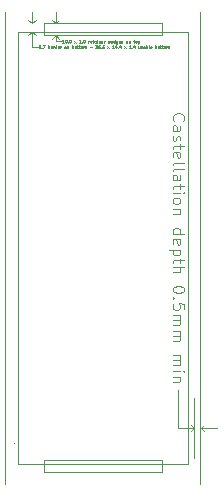
<source format=gbr>
G04 #@! TF.GenerationSoftware,KiCad,Pcbnew,5.1.9-73d0e3b20d~88~ubuntu20.10.1*
G04 #@! TF.CreationDate,2021-03-16T14:13:42-04:00*
G04 #@! TF.ProjectId,Molex78805_PCB,4d6f6c65-7837-4383-9830-355f5043422e,002*
G04 #@! TF.SameCoordinates,Original*
G04 #@! TF.FileFunction,OtherDrawing,Comment*
%FSLAX46Y46*%
G04 Gerber Fmt 4.6, Leading zero omitted, Abs format (unit mm)*
G04 Created by KiCad (PCBNEW 5.1.9-73d0e3b20d~88~ubuntu20.10.1) date 2021-03-16 14:13:42*
%MOMM*%
%LPD*%
G01*
G04 APERTURE LIST*
%ADD10C,0.010000*%
%ADD11C,0.050000*%
%ADD12C,0.001000*%
%ADD13C,0.002000*%
%ADD14C,0.020000*%
%ADD15C,0.100000*%
G04 APERTURE END LIST*
D10*
X142218400Y-118187000D02*
X152218400Y-118187000D01*
X142218400Y-117187000D02*
X152218400Y-117187000D01*
X142218400Y-117187000D02*
X142218400Y-118187000D01*
X152218400Y-118187000D02*
X152218400Y-117187000D01*
X152218400Y-80187000D02*
X142218400Y-80187000D01*
X152218400Y-81187000D02*
X152218400Y-80187000D01*
X142218400Y-81187000D02*
X152218400Y-81187000D01*
X142218400Y-80187000D02*
X142218400Y-81187000D01*
D11*
X155488400Y-114427000D02*
X156885400Y-114427000D01*
X155768400Y-114147000D02*
X155488400Y-114427000D01*
X155488400Y-114427000D02*
X155768400Y-114707000D01*
X154685400Y-114147000D02*
X154965400Y-114427000D01*
X154965400Y-114427000D02*
X154685400Y-114707000D01*
X153568400Y-114427000D02*
X154965400Y-114427000D01*
X153568400Y-111252000D02*
X153568400Y-114427000D01*
D10*
X154975560Y-116967000D02*
X154975560Y-111887000D01*
D12*
X139712700Y-115671600D02*
X139712700Y-115722400D01*
D13*
X138963400Y-99237800D02*
X138963400Y-99136200D01*
D10*
X138963400Y-79187000D02*
X138963400Y-119187000D01*
X155473400Y-79187000D02*
X155473400Y-119187000D01*
X140018400Y-117487000D02*
X154418400Y-117487000D01*
X140018400Y-80887000D02*
X154418400Y-80887000D01*
X140018400Y-80887000D02*
X140018400Y-117487000D01*
X154418400Y-80887000D02*
X154418400Y-117487000D01*
X141218400Y-80887000D02*
X141218400Y-82187000D01*
X141218400Y-82187000D02*
X141718400Y-82187000D01*
X141218400Y-80887000D02*
X140918400Y-81187000D01*
X141218400Y-80887000D02*
X141518400Y-81187000D01*
X141218400Y-80187000D02*
X141218400Y-79187000D01*
X141218400Y-80187000D02*
X140918400Y-79887000D01*
X141218400Y-80187000D02*
X141518400Y-79887000D01*
X143218400Y-80187000D02*
X143218400Y-79187000D01*
X143218400Y-80187000D02*
X142918400Y-79887000D01*
X143218400Y-80187000D02*
X143518400Y-79887000D01*
X143218400Y-81187000D02*
X142918400Y-81487000D01*
X143218400Y-81187000D02*
X143518400Y-81487000D01*
X143218400Y-81187000D02*
X143218400Y-81687000D01*
X143218400Y-81687000D02*
X143718400Y-81687000D01*
D14*
X141838542Y-82050095D02*
X141862352Y-82050095D01*
X141886161Y-82062000D01*
X141898066Y-82073904D01*
X141909971Y-82097714D01*
X141921876Y-82145333D01*
X141921876Y-82204857D01*
X141909971Y-82252476D01*
X141898066Y-82276285D01*
X141886161Y-82288190D01*
X141862352Y-82300095D01*
X141838542Y-82300095D01*
X141814733Y-82288190D01*
X141802828Y-82276285D01*
X141790923Y-82252476D01*
X141779019Y-82204857D01*
X141779019Y-82145333D01*
X141790923Y-82097714D01*
X141802828Y-82073904D01*
X141814733Y-82062000D01*
X141838542Y-82050095D01*
X142029019Y-82276285D02*
X142040923Y-82288190D01*
X142029019Y-82300095D01*
X142017114Y-82288190D01*
X142029019Y-82276285D01*
X142029019Y-82300095D01*
X142124257Y-82050095D02*
X142290923Y-82050095D01*
X142183780Y-82300095D01*
X142576638Y-82300095D02*
X142576638Y-82050095D01*
X142576638Y-82145333D02*
X142600447Y-82133428D01*
X142648066Y-82133428D01*
X142671876Y-82145333D01*
X142683780Y-82157238D01*
X142695685Y-82181047D01*
X142695685Y-82252476D01*
X142683780Y-82276285D01*
X142671876Y-82288190D01*
X142648066Y-82300095D01*
X142600447Y-82300095D01*
X142576638Y-82288190D01*
X142838542Y-82300095D02*
X142814733Y-82288190D01*
X142802828Y-82276285D01*
X142790923Y-82252476D01*
X142790923Y-82181047D01*
X142802828Y-82157238D01*
X142814733Y-82145333D01*
X142838542Y-82133428D01*
X142874257Y-82133428D01*
X142898066Y-82145333D01*
X142909971Y-82157238D01*
X142921876Y-82181047D01*
X142921876Y-82252476D01*
X142909971Y-82276285D01*
X142898066Y-82288190D01*
X142874257Y-82300095D01*
X142838542Y-82300095D01*
X143029019Y-82300095D02*
X143029019Y-82133428D01*
X143029019Y-82181047D02*
X143040923Y-82157238D01*
X143052828Y-82145333D01*
X143076638Y-82133428D01*
X143100447Y-82133428D01*
X143290923Y-82300095D02*
X143290923Y-82050095D01*
X143290923Y-82288190D02*
X143267114Y-82300095D01*
X143219495Y-82300095D01*
X143195685Y-82288190D01*
X143183780Y-82276285D01*
X143171876Y-82252476D01*
X143171876Y-82181047D01*
X143183780Y-82157238D01*
X143195685Y-82145333D01*
X143219495Y-82133428D01*
X143267114Y-82133428D01*
X143290923Y-82145333D01*
X143505209Y-82288190D02*
X143481400Y-82300095D01*
X143433780Y-82300095D01*
X143409971Y-82288190D01*
X143398066Y-82264380D01*
X143398066Y-82169142D01*
X143409971Y-82145333D01*
X143433780Y-82133428D01*
X143481400Y-82133428D01*
X143505209Y-82145333D01*
X143517114Y-82169142D01*
X143517114Y-82192952D01*
X143398066Y-82216761D01*
X143624257Y-82300095D02*
X143624257Y-82133428D01*
X143624257Y-82181047D02*
X143636161Y-82157238D01*
X143648066Y-82145333D01*
X143671876Y-82133428D01*
X143695685Y-82133428D01*
X144005209Y-82300095D02*
X143981400Y-82288190D01*
X143969495Y-82276285D01*
X143957590Y-82252476D01*
X143957590Y-82181047D01*
X143969495Y-82157238D01*
X143981400Y-82145333D01*
X144005209Y-82133428D01*
X144040923Y-82133428D01*
X144064733Y-82145333D01*
X144076638Y-82157238D01*
X144088542Y-82181047D01*
X144088542Y-82252476D01*
X144076638Y-82276285D01*
X144064733Y-82288190D01*
X144040923Y-82300095D01*
X144005209Y-82300095D01*
X144195685Y-82133428D02*
X144195685Y-82300095D01*
X144195685Y-82157238D02*
X144207590Y-82145333D01*
X144231400Y-82133428D01*
X144267114Y-82133428D01*
X144290923Y-82145333D01*
X144302828Y-82169142D01*
X144302828Y-82300095D01*
X144612352Y-82300095D02*
X144612352Y-82050095D01*
X144612352Y-82145333D02*
X144636161Y-82133428D01*
X144683780Y-82133428D01*
X144707590Y-82145333D01*
X144719495Y-82157238D01*
X144731400Y-82181047D01*
X144731400Y-82252476D01*
X144719495Y-82276285D01*
X144707590Y-82288190D01*
X144683780Y-82300095D01*
X144636161Y-82300095D01*
X144612352Y-82288190D01*
X144874257Y-82300095D02*
X144850447Y-82288190D01*
X144838542Y-82276285D01*
X144826638Y-82252476D01*
X144826638Y-82181047D01*
X144838542Y-82157238D01*
X144850447Y-82145333D01*
X144874257Y-82133428D01*
X144909971Y-82133428D01*
X144933780Y-82145333D01*
X144945685Y-82157238D01*
X144957590Y-82181047D01*
X144957590Y-82252476D01*
X144945685Y-82276285D01*
X144933780Y-82288190D01*
X144909971Y-82300095D01*
X144874257Y-82300095D01*
X145029019Y-82133428D02*
X145124257Y-82133428D01*
X145064733Y-82050095D02*
X145064733Y-82264380D01*
X145076638Y-82288190D01*
X145100447Y-82300095D01*
X145124257Y-82300095D01*
X145171876Y-82133428D02*
X145267114Y-82133428D01*
X145207590Y-82050095D02*
X145207590Y-82264380D01*
X145219495Y-82288190D01*
X145243304Y-82300095D01*
X145267114Y-82300095D01*
X145386161Y-82300095D02*
X145362352Y-82288190D01*
X145350447Y-82276285D01*
X145338542Y-82252476D01*
X145338542Y-82181047D01*
X145350447Y-82157238D01*
X145362352Y-82145333D01*
X145386161Y-82133428D01*
X145421876Y-82133428D01*
X145445685Y-82145333D01*
X145457590Y-82157238D01*
X145469495Y-82181047D01*
X145469495Y-82252476D01*
X145457590Y-82276285D01*
X145445685Y-82288190D01*
X145421876Y-82300095D01*
X145386161Y-82300095D01*
X145576638Y-82300095D02*
X145576638Y-82133428D01*
X145576638Y-82157238D02*
X145588542Y-82145333D01*
X145612352Y-82133428D01*
X145648066Y-82133428D01*
X145671876Y-82145333D01*
X145683780Y-82169142D01*
X145683780Y-82300095D01*
X145683780Y-82169142D02*
X145695685Y-82145333D01*
X145719495Y-82133428D01*
X145755209Y-82133428D01*
X145779019Y-82145333D01*
X145790923Y-82169142D01*
X145790923Y-82300095D01*
X146100447Y-82204857D02*
X146290923Y-82204857D01*
X146576638Y-82050095D02*
X146731400Y-82050095D01*
X146648066Y-82145333D01*
X146683780Y-82145333D01*
X146707590Y-82157238D01*
X146719495Y-82169142D01*
X146731400Y-82192952D01*
X146731400Y-82252476D01*
X146719495Y-82276285D01*
X146707590Y-82288190D01*
X146683780Y-82300095D01*
X146612352Y-82300095D01*
X146588542Y-82288190D01*
X146576638Y-82276285D01*
X146945685Y-82050095D02*
X146898066Y-82050095D01*
X146874257Y-82062000D01*
X146862352Y-82073904D01*
X146838542Y-82109619D01*
X146826638Y-82157238D01*
X146826638Y-82252476D01*
X146838542Y-82276285D01*
X146850447Y-82288190D01*
X146874257Y-82300095D01*
X146921876Y-82300095D01*
X146945685Y-82288190D01*
X146957590Y-82276285D01*
X146969495Y-82252476D01*
X146969495Y-82192952D01*
X146957590Y-82169142D01*
X146945685Y-82157238D01*
X146921876Y-82145333D01*
X146874257Y-82145333D01*
X146850447Y-82157238D01*
X146838542Y-82169142D01*
X146826638Y-82192952D01*
X147076638Y-82276285D02*
X147088542Y-82288190D01*
X147076638Y-82300095D01*
X147064733Y-82288190D01*
X147076638Y-82276285D01*
X147076638Y-82300095D01*
X147302828Y-82050095D02*
X147255209Y-82050095D01*
X147231400Y-82062000D01*
X147219495Y-82073904D01*
X147195685Y-82109619D01*
X147183780Y-82157238D01*
X147183780Y-82252476D01*
X147195685Y-82276285D01*
X147207590Y-82288190D01*
X147231400Y-82300095D01*
X147279019Y-82300095D01*
X147302828Y-82288190D01*
X147314733Y-82276285D01*
X147326638Y-82252476D01*
X147326638Y-82192952D01*
X147314733Y-82169142D01*
X147302828Y-82157238D01*
X147279019Y-82145333D01*
X147231400Y-82145333D01*
X147207590Y-82157238D01*
X147195685Y-82169142D01*
X147183780Y-82192952D01*
X147600447Y-82300095D02*
X147731400Y-82133428D01*
X147600447Y-82133428D02*
X147731400Y-82300095D01*
X148148066Y-82300095D02*
X148005209Y-82300095D01*
X148076638Y-82300095D02*
X148076638Y-82050095D01*
X148052828Y-82085809D01*
X148029019Y-82109619D01*
X148005209Y-82121523D01*
X148362352Y-82133428D02*
X148362352Y-82300095D01*
X148302828Y-82038190D02*
X148243304Y-82216761D01*
X148398066Y-82216761D01*
X148493304Y-82276285D02*
X148505209Y-82288190D01*
X148493304Y-82300095D01*
X148481400Y-82288190D01*
X148493304Y-82276285D01*
X148493304Y-82300095D01*
X148719495Y-82133428D02*
X148719495Y-82300095D01*
X148659971Y-82038190D02*
X148600447Y-82216761D01*
X148755209Y-82216761D01*
X149017114Y-82300095D02*
X149148066Y-82133428D01*
X149017114Y-82133428D02*
X149148066Y-82300095D01*
X149564733Y-82300095D02*
X149421876Y-82300095D01*
X149493304Y-82300095D02*
X149493304Y-82050095D01*
X149469495Y-82085809D01*
X149445685Y-82109619D01*
X149421876Y-82121523D01*
X149671876Y-82276285D02*
X149683780Y-82288190D01*
X149671876Y-82300095D01*
X149659971Y-82288190D01*
X149671876Y-82276285D01*
X149671876Y-82300095D01*
X149898066Y-82133428D02*
X149898066Y-82300095D01*
X149838542Y-82038190D02*
X149779019Y-82216761D01*
X149933780Y-82216761D01*
X150326638Y-82133428D02*
X150326638Y-82300095D01*
X150219495Y-82133428D02*
X150219495Y-82264380D01*
X150231400Y-82288190D01*
X150255209Y-82300095D01*
X150290923Y-82300095D01*
X150314733Y-82288190D01*
X150326638Y-82276285D01*
X150433780Y-82288190D02*
X150457590Y-82300095D01*
X150505209Y-82300095D01*
X150529019Y-82288190D01*
X150540923Y-82264380D01*
X150540923Y-82252476D01*
X150529019Y-82228666D01*
X150505209Y-82216761D01*
X150469495Y-82216761D01*
X150445685Y-82204857D01*
X150433780Y-82181047D01*
X150433780Y-82169142D01*
X150445685Y-82145333D01*
X150469495Y-82133428D01*
X150505209Y-82133428D01*
X150529019Y-82145333D01*
X150755209Y-82300095D02*
X150755209Y-82169142D01*
X150743304Y-82145333D01*
X150719495Y-82133428D01*
X150671876Y-82133428D01*
X150648066Y-82145333D01*
X150755209Y-82288190D02*
X150731400Y-82300095D01*
X150671876Y-82300095D01*
X150648066Y-82288190D01*
X150636161Y-82264380D01*
X150636161Y-82240571D01*
X150648066Y-82216761D01*
X150671876Y-82204857D01*
X150731400Y-82204857D01*
X150755209Y-82192952D01*
X150874257Y-82300095D02*
X150874257Y-82050095D01*
X150874257Y-82145333D02*
X150898066Y-82133428D01*
X150945685Y-82133428D01*
X150969495Y-82145333D01*
X150981400Y-82157238D01*
X150993304Y-82181047D01*
X150993304Y-82252476D01*
X150981400Y-82276285D01*
X150969495Y-82288190D01*
X150945685Y-82300095D01*
X150898066Y-82300095D01*
X150874257Y-82288190D01*
X151136161Y-82300095D02*
X151112352Y-82288190D01*
X151100447Y-82264380D01*
X151100447Y-82050095D01*
X151326638Y-82288190D02*
X151302828Y-82300095D01*
X151255209Y-82300095D01*
X151231400Y-82288190D01*
X151219495Y-82264380D01*
X151219495Y-82169142D01*
X151231400Y-82145333D01*
X151255209Y-82133428D01*
X151302828Y-82133428D01*
X151326638Y-82145333D01*
X151338542Y-82169142D01*
X151338542Y-82192952D01*
X151219495Y-82216761D01*
X151636161Y-82300095D02*
X151636161Y-82050095D01*
X151636161Y-82145333D02*
X151659971Y-82133428D01*
X151707590Y-82133428D01*
X151731400Y-82145333D01*
X151743304Y-82157238D01*
X151755209Y-82181047D01*
X151755209Y-82252476D01*
X151743304Y-82276285D01*
X151731400Y-82288190D01*
X151707590Y-82300095D01*
X151659971Y-82300095D01*
X151636161Y-82288190D01*
X151898066Y-82300095D02*
X151874257Y-82288190D01*
X151862352Y-82276285D01*
X151850447Y-82252476D01*
X151850447Y-82181047D01*
X151862352Y-82157238D01*
X151874257Y-82145333D01*
X151898066Y-82133428D01*
X151933780Y-82133428D01*
X151957590Y-82145333D01*
X151969495Y-82157238D01*
X151981400Y-82181047D01*
X151981400Y-82252476D01*
X151969495Y-82276285D01*
X151957590Y-82288190D01*
X151933780Y-82300095D01*
X151898066Y-82300095D01*
X152052828Y-82133428D02*
X152148066Y-82133428D01*
X152088542Y-82050095D02*
X152088542Y-82264380D01*
X152100447Y-82288190D01*
X152124257Y-82300095D01*
X152148066Y-82300095D01*
X152195685Y-82133428D02*
X152290923Y-82133428D01*
X152231400Y-82050095D02*
X152231400Y-82264380D01*
X152243304Y-82288190D01*
X152267114Y-82300095D01*
X152290923Y-82300095D01*
X152409971Y-82300095D02*
X152386161Y-82288190D01*
X152374257Y-82276285D01*
X152362352Y-82252476D01*
X152362352Y-82181047D01*
X152374257Y-82157238D01*
X152386161Y-82145333D01*
X152409971Y-82133428D01*
X152445685Y-82133428D01*
X152469495Y-82145333D01*
X152481400Y-82157238D01*
X152493304Y-82181047D01*
X152493304Y-82252476D01*
X152481400Y-82276285D01*
X152469495Y-82288190D01*
X152445685Y-82300095D01*
X152409971Y-82300095D01*
X152600447Y-82300095D02*
X152600447Y-82133428D01*
X152600447Y-82157238D02*
X152612352Y-82145333D01*
X152636161Y-82133428D01*
X152671876Y-82133428D01*
X152695685Y-82145333D01*
X152707590Y-82169142D01*
X152707590Y-82300095D01*
X152707590Y-82169142D02*
X152719495Y-82145333D01*
X152743304Y-82133428D01*
X152779019Y-82133428D01*
X152802828Y-82145333D01*
X152814733Y-82169142D01*
X152814733Y-82300095D01*
X143921876Y-81800095D02*
X143779019Y-81800095D01*
X143850447Y-81800095D02*
X143850447Y-81550095D01*
X143826638Y-81585809D01*
X143802828Y-81609619D01*
X143779019Y-81621523D01*
X144076638Y-81550095D02*
X144100447Y-81550095D01*
X144124257Y-81562000D01*
X144136161Y-81573904D01*
X144148066Y-81597714D01*
X144159971Y-81645333D01*
X144159971Y-81704857D01*
X144148066Y-81752476D01*
X144136161Y-81776285D01*
X144124257Y-81788190D01*
X144100447Y-81800095D01*
X144076638Y-81800095D01*
X144052828Y-81788190D01*
X144040923Y-81776285D01*
X144029019Y-81752476D01*
X144017114Y-81704857D01*
X144017114Y-81645333D01*
X144029019Y-81597714D01*
X144040923Y-81573904D01*
X144052828Y-81562000D01*
X144076638Y-81550095D01*
X144267114Y-81776285D02*
X144279019Y-81788190D01*
X144267114Y-81800095D01*
X144255209Y-81788190D01*
X144267114Y-81776285D01*
X144267114Y-81800095D01*
X144433780Y-81550095D02*
X144457590Y-81550095D01*
X144481400Y-81562000D01*
X144493304Y-81573904D01*
X144505209Y-81597714D01*
X144517114Y-81645333D01*
X144517114Y-81704857D01*
X144505209Y-81752476D01*
X144493304Y-81776285D01*
X144481400Y-81788190D01*
X144457590Y-81800095D01*
X144433780Y-81800095D01*
X144409971Y-81788190D01*
X144398066Y-81776285D01*
X144386161Y-81752476D01*
X144374257Y-81704857D01*
X144374257Y-81645333D01*
X144386161Y-81597714D01*
X144398066Y-81573904D01*
X144409971Y-81562000D01*
X144433780Y-81550095D01*
X144790923Y-81800095D02*
X144921876Y-81633428D01*
X144790923Y-81633428D02*
X144921876Y-81800095D01*
X145338542Y-81800095D02*
X145195685Y-81800095D01*
X145267114Y-81800095D02*
X145267114Y-81550095D01*
X145243304Y-81585809D01*
X145219495Y-81609619D01*
X145195685Y-81621523D01*
X145445685Y-81776285D02*
X145457590Y-81788190D01*
X145445685Y-81800095D01*
X145433780Y-81788190D01*
X145445685Y-81776285D01*
X145445685Y-81800095D01*
X145612352Y-81550095D02*
X145636161Y-81550095D01*
X145659971Y-81562000D01*
X145671876Y-81573904D01*
X145683780Y-81597714D01*
X145695685Y-81645333D01*
X145695685Y-81704857D01*
X145683780Y-81752476D01*
X145671876Y-81776285D01*
X145659971Y-81788190D01*
X145636161Y-81800095D01*
X145612352Y-81800095D01*
X145588542Y-81788190D01*
X145576638Y-81776285D01*
X145564733Y-81752476D01*
X145552828Y-81704857D01*
X145552828Y-81645333D01*
X145564733Y-81597714D01*
X145576638Y-81573904D01*
X145588542Y-81562000D01*
X145612352Y-81550095D01*
X145993304Y-81800095D02*
X145993304Y-81633428D01*
X145993304Y-81681047D02*
X146005209Y-81657238D01*
X146017114Y-81645333D01*
X146040923Y-81633428D01*
X146064733Y-81633428D01*
X146243304Y-81788190D02*
X146219495Y-81800095D01*
X146171876Y-81800095D01*
X146148066Y-81788190D01*
X146136161Y-81764380D01*
X146136161Y-81669142D01*
X146148066Y-81645333D01*
X146171876Y-81633428D01*
X146219495Y-81633428D01*
X146243304Y-81645333D01*
X146255209Y-81669142D01*
X146255209Y-81692952D01*
X146136161Y-81716761D01*
X146326638Y-81633428D02*
X146421876Y-81633428D01*
X146362352Y-81550095D02*
X146362352Y-81764380D01*
X146374257Y-81788190D01*
X146398066Y-81800095D01*
X146421876Y-81800095D01*
X146612352Y-81800095D02*
X146612352Y-81669142D01*
X146600447Y-81645333D01*
X146576638Y-81633428D01*
X146529019Y-81633428D01*
X146505209Y-81645333D01*
X146612352Y-81788190D02*
X146588542Y-81800095D01*
X146529019Y-81800095D01*
X146505209Y-81788190D01*
X146493304Y-81764380D01*
X146493304Y-81740571D01*
X146505209Y-81716761D01*
X146529019Y-81704857D01*
X146588542Y-81704857D01*
X146612352Y-81692952D01*
X146731400Y-81800095D02*
X146731400Y-81633428D01*
X146731400Y-81550095D02*
X146719495Y-81562000D01*
X146731400Y-81573904D01*
X146743304Y-81562000D01*
X146731400Y-81550095D01*
X146731400Y-81573904D01*
X146850447Y-81633428D02*
X146850447Y-81800095D01*
X146850447Y-81657238D02*
X146862352Y-81645333D01*
X146886161Y-81633428D01*
X146921876Y-81633428D01*
X146945685Y-81645333D01*
X146957590Y-81669142D01*
X146957590Y-81800095D01*
X147171876Y-81788190D02*
X147148066Y-81800095D01*
X147100447Y-81800095D01*
X147076638Y-81788190D01*
X147064733Y-81764380D01*
X147064733Y-81669142D01*
X147076638Y-81645333D01*
X147100447Y-81633428D01*
X147148066Y-81633428D01*
X147171876Y-81645333D01*
X147183780Y-81669142D01*
X147183780Y-81692952D01*
X147064733Y-81716761D01*
X147290923Y-81800095D02*
X147290923Y-81633428D01*
X147290923Y-81681047D02*
X147302828Y-81657238D01*
X147314733Y-81645333D01*
X147338542Y-81633428D01*
X147362352Y-81633428D01*
X147612352Y-81633428D02*
X147659971Y-81800095D01*
X147707590Y-81681047D01*
X147755209Y-81800095D01*
X147802828Y-81633428D01*
X147993304Y-81788190D02*
X147969495Y-81800095D01*
X147921876Y-81800095D01*
X147898066Y-81788190D01*
X147886161Y-81764380D01*
X147886161Y-81669142D01*
X147898066Y-81645333D01*
X147921876Y-81633428D01*
X147969495Y-81633428D01*
X147993304Y-81645333D01*
X148005209Y-81669142D01*
X148005209Y-81692952D01*
X147886161Y-81716761D01*
X148219495Y-81800095D02*
X148219495Y-81550095D01*
X148219495Y-81788190D02*
X148195685Y-81800095D01*
X148148066Y-81800095D01*
X148124257Y-81788190D01*
X148112352Y-81776285D01*
X148100447Y-81752476D01*
X148100447Y-81681047D01*
X148112352Y-81657238D01*
X148124257Y-81645333D01*
X148148066Y-81633428D01*
X148195685Y-81633428D01*
X148219495Y-81645333D01*
X148445685Y-81633428D02*
X148445685Y-81835809D01*
X148433780Y-81859619D01*
X148421876Y-81871523D01*
X148398066Y-81883428D01*
X148362352Y-81883428D01*
X148338542Y-81871523D01*
X148445685Y-81788190D02*
X148421876Y-81800095D01*
X148374257Y-81800095D01*
X148350447Y-81788190D01*
X148338542Y-81776285D01*
X148326638Y-81752476D01*
X148326638Y-81681047D01*
X148338542Y-81657238D01*
X148350447Y-81645333D01*
X148374257Y-81633428D01*
X148421876Y-81633428D01*
X148445685Y-81645333D01*
X148659971Y-81788190D02*
X148636161Y-81800095D01*
X148588542Y-81800095D01*
X148564733Y-81788190D01*
X148552828Y-81764380D01*
X148552828Y-81669142D01*
X148564733Y-81645333D01*
X148588542Y-81633428D01*
X148636161Y-81633428D01*
X148659971Y-81645333D01*
X148671876Y-81669142D01*
X148671876Y-81692952D01*
X148552828Y-81716761D01*
X148767114Y-81788190D02*
X148790923Y-81800095D01*
X148838542Y-81800095D01*
X148862352Y-81788190D01*
X148874257Y-81764380D01*
X148874257Y-81752476D01*
X148862352Y-81728666D01*
X148838542Y-81716761D01*
X148802828Y-81716761D01*
X148779019Y-81704857D01*
X148767114Y-81681047D01*
X148767114Y-81669142D01*
X148779019Y-81645333D01*
X148802828Y-81633428D01*
X148838542Y-81633428D01*
X148862352Y-81645333D01*
X149207590Y-81800095D02*
X149183780Y-81788190D01*
X149171876Y-81776285D01*
X149159971Y-81752476D01*
X149159971Y-81681047D01*
X149171876Y-81657238D01*
X149183780Y-81645333D01*
X149207590Y-81633428D01*
X149243304Y-81633428D01*
X149267114Y-81645333D01*
X149279019Y-81657238D01*
X149290923Y-81681047D01*
X149290923Y-81752476D01*
X149279019Y-81776285D01*
X149267114Y-81788190D01*
X149243304Y-81800095D01*
X149207590Y-81800095D01*
X149398066Y-81633428D02*
X149398066Y-81800095D01*
X149398066Y-81657238D02*
X149409971Y-81645333D01*
X149433780Y-81633428D01*
X149469495Y-81633428D01*
X149493304Y-81645333D01*
X149505209Y-81669142D01*
X149505209Y-81800095D01*
X149779019Y-81633428D02*
X149874257Y-81633428D01*
X149814733Y-81550095D02*
X149814733Y-81764380D01*
X149826638Y-81788190D01*
X149850447Y-81800095D01*
X149874257Y-81800095D01*
X149993304Y-81800095D02*
X149969495Y-81788190D01*
X149957590Y-81776285D01*
X149945685Y-81752476D01*
X149945685Y-81681047D01*
X149957590Y-81657238D01*
X149969495Y-81645333D01*
X149993304Y-81633428D01*
X150029019Y-81633428D01*
X150052828Y-81645333D01*
X150064733Y-81657238D01*
X150076638Y-81681047D01*
X150076638Y-81752476D01*
X150064733Y-81776285D01*
X150052828Y-81788190D01*
X150029019Y-81800095D01*
X149993304Y-81800095D01*
X150183780Y-81633428D02*
X150183780Y-81883428D01*
X150183780Y-81645333D02*
X150207590Y-81633428D01*
X150255209Y-81633428D01*
X150279019Y-81645333D01*
X150290923Y-81657238D01*
X150302828Y-81681047D01*
X150302828Y-81752476D01*
X150290923Y-81776285D01*
X150279019Y-81788190D01*
X150255209Y-81800095D01*
X150207590Y-81800095D01*
X150183780Y-81788190D01*
D15*
X153211257Y-88425095D02*
X153163638Y-88377476D01*
X153116019Y-88234619D01*
X153116019Y-88139380D01*
X153163638Y-87996523D01*
X153258876Y-87901285D01*
X153354114Y-87853666D01*
X153544590Y-87806047D01*
X153687447Y-87806047D01*
X153877923Y-87853666D01*
X153973161Y-87901285D01*
X154068400Y-87996523D01*
X154116019Y-88139380D01*
X154116019Y-88234619D01*
X154068400Y-88377476D01*
X154020780Y-88425095D01*
X153116019Y-89282238D02*
X153639828Y-89282238D01*
X153735066Y-89234619D01*
X153782685Y-89139380D01*
X153782685Y-88948904D01*
X153735066Y-88853666D01*
X153163638Y-89282238D02*
X153116019Y-89187000D01*
X153116019Y-88948904D01*
X153163638Y-88853666D01*
X153258876Y-88806047D01*
X153354114Y-88806047D01*
X153449352Y-88853666D01*
X153496971Y-88948904D01*
X153496971Y-89187000D01*
X153544590Y-89282238D01*
X153163638Y-89710809D02*
X153116019Y-89806047D01*
X153116019Y-89996523D01*
X153163638Y-90091761D01*
X153258876Y-90139380D01*
X153306495Y-90139380D01*
X153401733Y-90091761D01*
X153449352Y-89996523D01*
X153449352Y-89853666D01*
X153496971Y-89758428D01*
X153592209Y-89710809D01*
X153639828Y-89710809D01*
X153735066Y-89758428D01*
X153782685Y-89853666D01*
X153782685Y-89996523D01*
X153735066Y-90091761D01*
X153782685Y-90425095D02*
X153782685Y-90806047D01*
X154116019Y-90567952D02*
X153258876Y-90567952D01*
X153163638Y-90615571D01*
X153116019Y-90710809D01*
X153116019Y-90806047D01*
X153163638Y-91520333D02*
X153116019Y-91425095D01*
X153116019Y-91234619D01*
X153163638Y-91139380D01*
X153258876Y-91091761D01*
X153639828Y-91091761D01*
X153735066Y-91139380D01*
X153782685Y-91234619D01*
X153782685Y-91425095D01*
X153735066Y-91520333D01*
X153639828Y-91567952D01*
X153544590Y-91567952D01*
X153449352Y-91091761D01*
X153116019Y-92139380D02*
X153163638Y-92044142D01*
X153258876Y-91996523D01*
X154116019Y-91996523D01*
X153116019Y-92663190D02*
X153163638Y-92567952D01*
X153258876Y-92520333D01*
X154116019Y-92520333D01*
X153116019Y-93472714D02*
X153639828Y-93472714D01*
X153735066Y-93425095D01*
X153782685Y-93329857D01*
X153782685Y-93139380D01*
X153735066Y-93044142D01*
X153163638Y-93472714D02*
X153116019Y-93377476D01*
X153116019Y-93139380D01*
X153163638Y-93044142D01*
X153258876Y-92996523D01*
X153354114Y-92996523D01*
X153449352Y-93044142D01*
X153496971Y-93139380D01*
X153496971Y-93377476D01*
X153544590Y-93472714D01*
X153782685Y-93806047D02*
X153782685Y-94187000D01*
X154116019Y-93948904D02*
X153258876Y-93948904D01*
X153163638Y-93996523D01*
X153116019Y-94091761D01*
X153116019Y-94187000D01*
X153116019Y-94520333D02*
X153782685Y-94520333D01*
X154116019Y-94520333D02*
X154068400Y-94472714D01*
X154020780Y-94520333D01*
X154068400Y-94567952D01*
X154116019Y-94520333D01*
X154020780Y-94520333D01*
X153116019Y-95139380D02*
X153163638Y-95044142D01*
X153211257Y-94996523D01*
X153306495Y-94948904D01*
X153592209Y-94948904D01*
X153687447Y-94996523D01*
X153735066Y-95044142D01*
X153782685Y-95139380D01*
X153782685Y-95282238D01*
X153735066Y-95377476D01*
X153687447Y-95425095D01*
X153592209Y-95472714D01*
X153306495Y-95472714D01*
X153211257Y-95425095D01*
X153163638Y-95377476D01*
X153116019Y-95282238D01*
X153116019Y-95139380D01*
X153782685Y-95901285D02*
X153116019Y-95901285D01*
X153687447Y-95901285D02*
X153735066Y-95948904D01*
X153782685Y-96044142D01*
X153782685Y-96187000D01*
X153735066Y-96282238D01*
X153639828Y-96329857D01*
X153116019Y-96329857D01*
X153116019Y-97996523D02*
X154116019Y-97996523D01*
X153163638Y-97996523D02*
X153116019Y-97901285D01*
X153116019Y-97710809D01*
X153163638Y-97615571D01*
X153211257Y-97567952D01*
X153306495Y-97520333D01*
X153592209Y-97520333D01*
X153687447Y-97567952D01*
X153735066Y-97615571D01*
X153782685Y-97710809D01*
X153782685Y-97901285D01*
X153735066Y-97996523D01*
X153163638Y-98853666D02*
X153116019Y-98758428D01*
X153116019Y-98567952D01*
X153163638Y-98472714D01*
X153258876Y-98425095D01*
X153639828Y-98425095D01*
X153735066Y-98472714D01*
X153782685Y-98567952D01*
X153782685Y-98758428D01*
X153735066Y-98853666D01*
X153639828Y-98901285D01*
X153544590Y-98901285D01*
X153449352Y-98425095D01*
X153782685Y-99329857D02*
X152782685Y-99329857D01*
X153735066Y-99329857D02*
X153782685Y-99425095D01*
X153782685Y-99615571D01*
X153735066Y-99710809D01*
X153687447Y-99758428D01*
X153592209Y-99806047D01*
X153306495Y-99806047D01*
X153211257Y-99758428D01*
X153163638Y-99710809D01*
X153116019Y-99615571D01*
X153116019Y-99425095D01*
X153163638Y-99329857D01*
X153782685Y-100091761D02*
X153782685Y-100472714D01*
X154116019Y-100234619D02*
X153258876Y-100234619D01*
X153163638Y-100282238D01*
X153116019Y-100377476D01*
X153116019Y-100472714D01*
X153116019Y-100806047D02*
X154116019Y-100806047D01*
X153116019Y-101234619D02*
X153639828Y-101234619D01*
X153735066Y-101187000D01*
X153782685Y-101091761D01*
X153782685Y-100948904D01*
X153735066Y-100853666D01*
X153687447Y-100806047D01*
X154116019Y-102663190D02*
X154116019Y-102758428D01*
X154068400Y-102853666D01*
X154020780Y-102901285D01*
X153925542Y-102948904D01*
X153735066Y-102996523D01*
X153496971Y-102996523D01*
X153306495Y-102948904D01*
X153211257Y-102901285D01*
X153163638Y-102853666D01*
X153116019Y-102758428D01*
X153116019Y-102663190D01*
X153163638Y-102567952D01*
X153211257Y-102520333D01*
X153306495Y-102472714D01*
X153496971Y-102425095D01*
X153735066Y-102425095D01*
X153925542Y-102472714D01*
X154020780Y-102520333D01*
X154068400Y-102567952D01*
X154116019Y-102663190D01*
X153211257Y-103425095D02*
X153163638Y-103472714D01*
X153116019Y-103425095D01*
X153163638Y-103377476D01*
X153211257Y-103425095D01*
X153116019Y-103425095D01*
X154116019Y-104377476D02*
X154116019Y-103901285D01*
X153639828Y-103853666D01*
X153687447Y-103901285D01*
X153735066Y-103996523D01*
X153735066Y-104234619D01*
X153687447Y-104329857D01*
X153639828Y-104377476D01*
X153544590Y-104425095D01*
X153306495Y-104425095D01*
X153211257Y-104377476D01*
X153163638Y-104329857D01*
X153116019Y-104234619D01*
X153116019Y-103996523D01*
X153163638Y-103901285D01*
X153211257Y-103853666D01*
X153116019Y-104853666D02*
X153782685Y-104853666D01*
X153687447Y-104853666D02*
X153735066Y-104901285D01*
X153782685Y-104996523D01*
X153782685Y-105139380D01*
X153735066Y-105234619D01*
X153639828Y-105282238D01*
X153116019Y-105282238D01*
X153639828Y-105282238D02*
X153735066Y-105329857D01*
X153782685Y-105425095D01*
X153782685Y-105567952D01*
X153735066Y-105663190D01*
X153639828Y-105710809D01*
X153116019Y-105710809D01*
X153116019Y-106187000D02*
X153782685Y-106187000D01*
X153687447Y-106187000D02*
X153735066Y-106234619D01*
X153782685Y-106329857D01*
X153782685Y-106472714D01*
X153735066Y-106567952D01*
X153639828Y-106615571D01*
X153116019Y-106615571D01*
X153639828Y-106615571D02*
X153735066Y-106663190D01*
X153782685Y-106758428D01*
X153782685Y-106901285D01*
X153735066Y-106996523D01*
X153639828Y-107044142D01*
X153116019Y-107044142D01*
X153116019Y-108282238D02*
X153782685Y-108282238D01*
X153687447Y-108282238D02*
X153735066Y-108329857D01*
X153782685Y-108425095D01*
X153782685Y-108567952D01*
X153735066Y-108663190D01*
X153639828Y-108710809D01*
X153116019Y-108710809D01*
X153639828Y-108710809D02*
X153735066Y-108758428D01*
X153782685Y-108853666D01*
X153782685Y-108996523D01*
X153735066Y-109091761D01*
X153639828Y-109139380D01*
X153116019Y-109139380D01*
X153116019Y-109615571D02*
X153782685Y-109615571D01*
X154116019Y-109615571D02*
X154068400Y-109567952D01*
X154020780Y-109615571D01*
X154068400Y-109663190D01*
X154116019Y-109615571D01*
X154020780Y-109615571D01*
X153782685Y-110091761D02*
X153116019Y-110091761D01*
X153687447Y-110091761D02*
X153735066Y-110139380D01*
X153782685Y-110234619D01*
X153782685Y-110377476D01*
X153735066Y-110472714D01*
X153639828Y-110520333D01*
X153116019Y-110520333D01*
M02*

</source>
